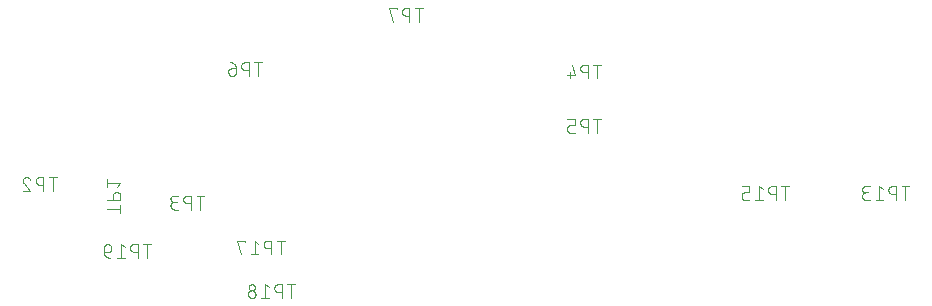
<source format=gbo>
G04 EAGLE Gerber RS-274X export*
G75*
%MOMM*%
%FSLAX34Y34*%
%LPD*%
%INSilkscreen Bottom*%
%IPPOS*%
%AMOC8*
5,1,8,0,0,1.08239X$1,22.5*%
G01*
%ADD10C,0.101600*%


D10*
X56201Y123288D02*
X56201Y134972D01*
X59446Y134972D02*
X52955Y134972D01*
X48228Y134972D02*
X48228Y123288D01*
X48228Y134972D02*
X44982Y134972D01*
X44982Y134973D02*
X44869Y134971D01*
X44756Y134965D01*
X44643Y134955D01*
X44530Y134941D01*
X44418Y134924D01*
X44307Y134902D01*
X44197Y134877D01*
X44087Y134847D01*
X43979Y134814D01*
X43872Y134777D01*
X43766Y134737D01*
X43662Y134692D01*
X43559Y134644D01*
X43458Y134593D01*
X43359Y134538D01*
X43262Y134480D01*
X43167Y134418D01*
X43074Y134353D01*
X42984Y134285D01*
X42896Y134214D01*
X42810Y134139D01*
X42727Y134062D01*
X42647Y133982D01*
X42570Y133899D01*
X42495Y133813D01*
X42424Y133725D01*
X42356Y133635D01*
X42291Y133542D01*
X42229Y133447D01*
X42171Y133350D01*
X42116Y133251D01*
X42065Y133150D01*
X42017Y133047D01*
X41972Y132943D01*
X41932Y132837D01*
X41895Y132730D01*
X41862Y132622D01*
X41832Y132512D01*
X41807Y132402D01*
X41785Y132291D01*
X41768Y132179D01*
X41754Y132066D01*
X41744Y131953D01*
X41738Y131840D01*
X41736Y131727D01*
X41738Y131614D01*
X41744Y131501D01*
X41754Y131388D01*
X41768Y131275D01*
X41785Y131163D01*
X41807Y131052D01*
X41832Y130942D01*
X41862Y130832D01*
X41895Y130724D01*
X41932Y130617D01*
X41972Y130511D01*
X42017Y130407D01*
X42065Y130304D01*
X42116Y130203D01*
X42171Y130104D01*
X42229Y130007D01*
X42291Y129912D01*
X42356Y129819D01*
X42424Y129729D01*
X42495Y129641D01*
X42570Y129555D01*
X42647Y129472D01*
X42727Y129392D01*
X42810Y129315D01*
X42896Y129240D01*
X42984Y129169D01*
X43074Y129101D01*
X43167Y129036D01*
X43262Y128974D01*
X43359Y128916D01*
X43458Y128861D01*
X43559Y128810D01*
X43662Y128762D01*
X43766Y128717D01*
X43872Y128677D01*
X43979Y128640D01*
X44087Y128607D01*
X44197Y128577D01*
X44307Y128552D01*
X44418Y128530D01*
X44530Y128513D01*
X44643Y128499D01*
X44756Y128489D01*
X44869Y128483D01*
X44982Y128481D01*
X48228Y128481D01*
X33778Y134972D02*
X33671Y134970D01*
X33565Y134964D01*
X33459Y134954D01*
X33353Y134941D01*
X33247Y134923D01*
X33143Y134902D01*
X33039Y134877D01*
X32936Y134848D01*
X32835Y134816D01*
X32735Y134779D01*
X32636Y134739D01*
X32538Y134696D01*
X32442Y134649D01*
X32348Y134598D01*
X32256Y134544D01*
X32166Y134487D01*
X32078Y134427D01*
X31993Y134363D01*
X31910Y134296D01*
X31829Y134226D01*
X31751Y134154D01*
X31675Y134078D01*
X31603Y134000D01*
X31533Y133919D01*
X31466Y133836D01*
X31402Y133751D01*
X31342Y133663D01*
X31285Y133573D01*
X31231Y133481D01*
X31180Y133387D01*
X31133Y133291D01*
X31090Y133193D01*
X31050Y133094D01*
X31013Y132994D01*
X30981Y132893D01*
X30952Y132790D01*
X30927Y132686D01*
X30906Y132582D01*
X30888Y132476D01*
X30875Y132370D01*
X30865Y132264D01*
X30859Y132158D01*
X30857Y132051D01*
X33778Y134973D02*
X33899Y134971D01*
X34020Y134965D01*
X34140Y134955D01*
X34261Y134942D01*
X34380Y134924D01*
X34500Y134903D01*
X34618Y134878D01*
X34735Y134849D01*
X34852Y134816D01*
X34967Y134780D01*
X35081Y134739D01*
X35194Y134696D01*
X35306Y134648D01*
X35415Y134597D01*
X35523Y134542D01*
X35630Y134484D01*
X35734Y134423D01*
X35836Y134358D01*
X35936Y134290D01*
X36034Y134219D01*
X36130Y134145D01*
X36223Y134068D01*
X36313Y133987D01*
X36401Y133904D01*
X36486Y133818D01*
X36569Y133729D01*
X36648Y133638D01*
X36725Y133544D01*
X36798Y133448D01*
X36868Y133350D01*
X36935Y133249D01*
X36999Y133146D01*
X37060Y133041D01*
X37117Y132934D01*
X37170Y132826D01*
X37220Y132716D01*
X37266Y132604D01*
X37309Y132491D01*
X37348Y132376D01*
X31832Y129779D02*
X31753Y129857D01*
X31677Y129937D01*
X31604Y130020D01*
X31534Y130106D01*
X31467Y130193D01*
X31403Y130284D01*
X31343Y130376D01*
X31285Y130470D01*
X31231Y130567D01*
X31181Y130665D01*
X31134Y130765D01*
X31090Y130866D01*
X31050Y130969D01*
X31014Y131074D01*
X30982Y131179D01*
X30953Y131286D01*
X30928Y131393D01*
X30906Y131502D01*
X30889Y131611D01*
X30875Y131720D01*
X30866Y131830D01*
X30860Y131941D01*
X30858Y132051D01*
X31831Y129779D02*
X37348Y123288D01*
X30857Y123288D01*
X778201Y127192D02*
X778201Y115508D01*
X781446Y127192D02*
X774955Y127192D01*
X770228Y127192D02*
X770228Y115508D01*
X770228Y127192D02*
X766982Y127192D01*
X766869Y127190D01*
X766756Y127184D01*
X766643Y127174D01*
X766530Y127160D01*
X766418Y127143D01*
X766307Y127121D01*
X766197Y127096D01*
X766087Y127066D01*
X765979Y127033D01*
X765872Y126996D01*
X765766Y126956D01*
X765662Y126911D01*
X765559Y126863D01*
X765458Y126812D01*
X765359Y126757D01*
X765262Y126699D01*
X765167Y126637D01*
X765074Y126572D01*
X764984Y126504D01*
X764896Y126433D01*
X764810Y126358D01*
X764727Y126281D01*
X764647Y126201D01*
X764570Y126118D01*
X764495Y126032D01*
X764424Y125944D01*
X764356Y125854D01*
X764291Y125761D01*
X764229Y125666D01*
X764171Y125569D01*
X764116Y125470D01*
X764065Y125369D01*
X764017Y125266D01*
X763972Y125162D01*
X763932Y125056D01*
X763895Y124949D01*
X763862Y124841D01*
X763832Y124731D01*
X763807Y124621D01*
X763785Y124510D01*
X763768Y124398D01*
X763754Y124285D01*
X763744Y124172D01*
X763738Y124059D01*
X763736Y123946D01*
X763738Y123833D01*
X763744Y123720D01*
X763754Y123607D01*
X763768Y123494D01*
X763785Y123382D01*
X763807Y123271D01*
X763832Y123161D01*
X763862Y123051D01*
X763895Y122943D01*
X763932Y122836D01*
X763972Y122730D01*
X764017Y122626D01*
X764065Y122523D01*
X764116Y122422D01*
X764171Y122323D01*
X764229Y122226D01*
X764291Y122131D01*
X764356Y122038D01*
X764424Y121948D01*
X764495Y121860D01*
X764570Y121774D01*
X764647Y121691D01*
X764727Y121611D01*
X764810Y121534D01*
X764896Y121459D01*
X764984Y121388D01*
X765074Y121320D01*
X765167Y121255D01*
X765262Y121193D01*
X765359Y121135D01*
X765458Y121080D01*
X765559Y121029D01*
X765662Y120981D01*
X765766Y120936D01*
X765872Y120896D01*
X765979Y120859D01*
X766087Y120826D01*
X766197Y120796D01*
X766307Y120771D01*
X766418Y120749D01*
X766530Y120732D01*
X766643Y120718D01*
X766756Y120708D01*
X766869Y120702D01*
X766982Y120700D01*
X766982Y120701D02*
X770228Y120701D01*
X759348Y124596D02*
X756103Y127192D01*
X756103Y115508D01*
X759348Y115508D02*
X752857Y115508D01*
X747918Y115508D02*
X744673Y115508D01*
X744560Y115510D01*
X744447Y115516D01*
X744334Y115526D01*
X744221Y115540D01*
X744109Y115557D01*
X743998Y115579D01*
X743888Y115604D01*
X743778Y115634D01*
X743670Y115667D01*
X743563Y115704D01*
X743457Y115744D01*
X743353Y115789D01*
X743250Y115837D01*
X743149Y115888D01*
X743050Y115943D01*
X742953Y116001D01*
X742858Y116063D01*
X742765Y116128D01*
X742675Y116196D01*
X742587Y116267D01*
X742501Y116342D01*
X742418Y116419D01*
X742338Y116499D01*
X742261Y116582D01*
X742186Y116668D01*
X742115Y116756D01*
X742047Y116846D01*
X741982Y116939D01*
X741920Y117034D01*
X741862Y117131D01*
X741807Y117230D01*
X741756Y117331D01*
X741708Y117434D01*
X741663Y117538D01*
X741623Y117644D01*
X741586Y117751D01*
X741553Y117859D01*
X741523Y117969D01*
X741498Y118079D01*
X741476Y118190D01*
X741459Y118302D01*
X741445Y118415D01*
X741435Y118528D01*
X741429Y118641D01*
X741427Y118754D01*
X741429Y118867D01*
X741435Y118980D01*
X741445Y119093D01*
X741459Y119206D01*
X741476Y119318D01*
X741498Y119429D01*
X741523Y119539D01*
X741553Y119649D01*
X741586Y119757D01*
X741623Y119864D01*
X741663Y119970D01*
X741708Y120074D01*
X741756Y120177D01*
X741807Y120278D01*
X741862Y120377D01*
X741920Y120474D01*
X741982Y120569D01*
X742047Y120662D01*
X742115Y120752D01*
X742186Y120840D01*
X742261Y120926D01*
X742338Y121009D01*
X742418Y121089D01*
X742501Y121166D01*
X742587Y121241D01*
X742675Y121312D01*
X742765Y121380D01*
X742858Y121445D01*
X742953Y121507D01*
X743050Y121565D01*
X743149Y121620D01*
X743250Y121671D01*
X743353Y121719D01*
X743457Y121764D01*
X743563Y121804D01*
X743670Y121841D01*
X743778Y121874D01*
X743888Y121904D01*
X743998Y121929D01*
X744109Y121951D01*
X744221Y121968D01*
X744334Y121982D01*
X744447Y121992D01*
X744560Y121998D01*
X744673Y122000D01*
X744024Y127192D02*
X747918Y127192D01*
X744024Y127192D02*
X743923Y127190D01*
X743823Y127184D01*
X743723Y127174D01*
X743623Y127161D01*
X743524Y127143D01*
X743425Y127122D01*
X743328Y127097D01*
X743231Y127068D01*
X743136Y127035D01*
X743042Y126999D01*
X742950Y126959D01*
X742859Y126916D01*
X742770Y126869D01*
X742683Y126819D01*
X742597Y126765D01*
X742514Y126708D01*
X742434Y126648D01*
X742355Y126585D01*
X742279Y126518D01*
X742206Y126449D01*
X742136Y126377D01*
X742068Y126303D01*
X742003Y126226D01*
X741942Y126146D01*
X741883Y126064D01*
X741828Y125980D01*
X741776Y125894D01*
X741727Y125806D01*
X741682Y125716D01*
X741640Y125624D01*
X741602Y125531D01*
X741568Y125436D01*
X741537Y125341D01*
X741510Y125244D01*
X741487Y125146D01*
X741467Y125047D01*
X741452Y124947D01*
X741440Y124847D01*
X741432Y124747D01*
X741428Y124646D01*
X741428Y124546D01*
X741432Y124445D01*
X741440Y124345D01*
X741452Y124245D01*
X741467Y124145D01*
X741487Y124046D01*
X741510Y123948D01*
X741537Y123851D01*
X741568Y123756D01*
X741602Y123661D01*
X741640Y123568D01*
X741682Y123476D01*
X741727Y123386D01*
X741776Y123298D01*
X741828Y123212D01*
X741883Y123128D01*
X741942Y123046D01*
X742003Y122966D01*
X742068Y122889D01*
X742136Y122815D01*
X742206Y122743D01*
X742279Y122674D01*
X742355Y122607D01*
X742434Y122544D01*
X742514Y122484D01*
X742597Y122427D01*
X742683Y122373D01*
X742770Y122323D01*
X742859Y122276D01*
X742950Y122233D01*
X743042Y122193D01*
X743136Y122157D01*
X743231Y122124D01*
X743328Y122095D01*
X743425Y122070D01*
X743524Y122049D01*
X743623Y122031D01*
X743723Y122018D01*
X743823Y122008D01*
X743923Y122002D01*
X744024Y122000D01*
X744024Y121999D02*
X746620Y121999D01*
X676201Y127192D02*
X676201Y115508D01*
X679446Y127192D02*
X672955Y127192D01*
X668228Y127192D02*
X668228Y115508D01*
X668228Y127192D02*
X664982Y127192D01*
X664869Y127190D01*
X664756Y127184D01*
X664643Y127174D01*
X664530Y127160D01*
X664418Y127143D01*
X664307Y127121D01*
X664197Y127096D01*
X664087Y127066D01*
X663979Y127033D01*
X663872Y126996D01*
X663766Y126956D01*
X663662Y126911D01*
X663559Y126863D01*
X663458Y126812D01*
X663359Y126757D01*
X663262Y126699D01*
X663167Y126637D01*
X663074Y126572D01*
X662984Y126504D01*
X662896Y126433D01*
X662810Y126358D01*
X662727Y126281D01*
X662647Y126201D01*
X662570Y126118D01*
X662495Y126032D01*
X662424Y125944D01*
X662356Y125854D01*
X662291Y125761D01*
X662229Y125666D01*
X662171Y125569D01*
X662116Y125470D01*
X662065Y125369D01*
X662017Y125266D01*
X661972Y125162D01*
X661932Y125056D01*
X661895Y124949D01*
X661862Y124841D01*
X661832Y124731D01*
X661807Y124621D01*
X661785Y124510D01*
X661768Y124398D01*
X661754Y124285D01*
X661744Y124172D01*
X661738Y124059D01*
X661736Y123946D01*
X661738Y123833D01*
X661744Y123720D01*
X661754Y123607D01*
X661768Y123494D01*
X661785Y123382D01*
X661807Y123271D01*
X661832Y123161D01*
X661862Y123051D01*
X661895Y122943D01*
X661932Y122836D01*
X661972Y122730D01*
X662017Y122626D01*
X662065Y122523D01*
X662116Y122422D01*
X662171Y122323D01*
X662229Y122226D01*
X662291Y122131D01*
X662356Y122038D01*
X662424Y121948D01*
X662495Y121860D01*
X662570Y121774D01*
X662647Y121691D01*
X662727Y121611D01*
X662810Y121534D01*
X662896Y121459D01*
X662984Y121388D01*
X663074Y121320D01*
X663167Y121255D01*
X663262Y121193D01*
X663359Y121135D01*
X663458Y121080D01*
X663559Y121029D01*
X663662Y120981D01*
X663766Y120936D01*
X663872Y120896D01*
X663979Y120859D01*
X664087Y120826D01*
X664197Y120796D01*
X664307Y120771D01*
X664418Y120749D01*
X664530Y120732D01*
X664643Y120718D01*
X664756Y120708D01*
X664869Y120702D01*
X664982Y120700D01*
X664982Y120701D02*
X668228Y120701D01*
X657348Y124596D02*
X654103Y127192D01*
X654103Y115508D01*
X657348Y115508D02*
X650857Y115508D01*
X645918Y115508D02*
X642024Y115508D01*
X641925Y115510D01*
X641825Y115516D01*
X641726Y115525D01*
X641628Y115538D01*
X641530Y115555D01*
X641432Y115576D01*
X641336Y115601D01*
X641241Y115629D01*
X641147Y115661D01*
X641054Y115696D01*
X640962Y115735D01*
X640872Y115778D01*
X640784Y115823D01*
X640697Y115873D01*
X640613Y115925D01*
X640530Y115981D01*
X640450Y116039D01*
X640372Y116101D01*
X640297Y116166D01*
X640224Y116234D01*
X640154Y116304D01*
X640086Y116377D01*
X640021Y116452D01*
X639959Y116530D01*
X639901Y116610D01*
X639845Y116693D01*
X639793Y116777D01*
X639743Y116864D01*
X639698Y116952D01*
X639655Y117042D01*
X639616Y117134D01*
X639581Y117227D01*
X639549Y117321D01*
X639521Y117416D01*
X639496Y117512D01*
X639475Y117610D01*
X639458Y117708D01*
X639445Y117806D01*
X639436Y117905D01*
X639430Y118005D01*
X639428Y118104D01*
X639427Y118104D02*
X639427Y119403D01*
X639428Y119403D02*
X639430Y119502D01*
X639436Y119602D01*
X639445Y119701D01*
X639458Y119799D01*
X639475Y119897D01*
X639496Y119995D01*
X639521Y120091D01*
X639549Y120186D01*
X639581Y120280D01*
X639616Y120373D01*
X639655Y120465D01*
X639698Y120555D01*
X639743Y120643D01*
X639793Y120730D01*
X639845Y120814D01*
X639901Y120897D01*
X639959Y120977D01*
X640021Y121055D01*
X640086Y121130D01*
X640154Y121203D01*
X640224Y121273D01*
X640297Y121341D01*
X640372Y121406D01*
X640450Y121468D01*
X640530Y121526D01*
X640613Y121582D01*
X640697Y121634D01*
X640784Y121684D01*
X640872Y121729D01*
X640962Y121772D01*
X641054Y121811D01*
X641147Y121846D01*
X641241Y121878D01*
X641336Y121906D01*
X641432Y121931D01*
X641530Y121952D01*
X641628Y121969D01*
X641726Y121982D01*
X641825Y121991D01*
X641925Y121997D01*
X642024Y121999D01*
X645918Y121999D01*
X645918Y127192D01*
X639427Y127192D01*
X181201Y119192D02*
X181201Y107508D01*
X184446Y119192D02*
X177955Y119192D01*
X173228Y119192D02*
X173228Y107508D01*
X173228Y119192D02*
X169982Y119192D01*
X169869Y119190D01*
X169756Y119184D01*
X169643Y119174D01*
X169530Y119160D01*
X169418Y119143D01*
X169307Y119121D01*
X169197Y119096D01*
X169087Y119066D01*
X168979Y119033D01*
X168872Y118996D01*
X168766Y118956D01*
X168662Y118911D01*
X168559Y118863D01*
X168458Y118812D01*
X168359Y118757D01*
X168262Y118699D01*
X168167Y118637D01*
X168074Y118572D01*
X167984Y118504D01*
X167896Y118433D01*
X167810Y118358D01*
X167727Y118281D01*
X167647Y118201D01*
X167570Y118118D01*
X167495Y118032D01*
X167424Y117944D01*
X167356Y117854D01*
X167291Y117761D01*
X167229Y117666D01*
X167171Y117569D01*
X167116Y117470D01*
X167065Y117369D01*
X167017Y117266D01*
X166972Y117162D01*
X166932Y117056D01*
X166895Y116949D01*
X166862Y116841D01*
X166832Y116731D01*
X166807Y116621D01*
X166785Y116510D01*
X166768Y116398D01*
X166754Y116285D01*
X166744Y116172D01*
X166738Y116059D01*
X166736Y115946D01*
X166738Y115833D01*
X166744Y115720D01*
X166754Y115607D01*
X166768Y115494D01*
X166785Y115382D01*
X166807Y115271D01*
X166832Y115161D01*
X166862Y115051D01*
X166895Y114943D01*
X166932Y114836D01*
X166972Y114730D01*
X167017Y114626D01*
X167065Y114523D01*
X167116Y114422D01*
X167171Y114323D01*
X167229Y114226D01*
X167291Y114131D01*
X167356Y114038D01*
X167424Y113948D01*
X167495Y113860D01*
X167570Y113774D01*
X167647Y113691D01*
X167727Y113611D01*
X167810Y113534D01*
X167896Y113459D01*
X167984Y113388D01*
X168074Y113320D01*
X168167Y113255D01*
X168262Y113193D01*
X168359Y113135D01*
X168458Y113080D01*
X168559Y113029D01*
X168662Y112981D01*
X168766Y112936D01*
X168872Y112896D01*
X168979Y112859D01*
X169087Y112826D01*
X169197Y112796D01*
X169307Y112771D01*
X169418Y112749D01*
X169530Y112732D01*
X169643Y112718D01*
X169756Y112708D01*
X169869Y112702D01*
X169982Y112700D01*
X169982Y112701D02*
X173228Y112701D01*
X162348Y107508D02*
X159103Y107508D01*
X158990Y107510D01*
X158877Y107516D01*
X158764Y107526D01*
X158651Y107540D01*
X158539Y107557D01*
X158428Y107579D01*
X158318Y107604D01*
X158208Y107634D01*
X158100Y107667D01*
X157993Y107704D01*
X157887Y107744D01*
X157783Y107789D01*
X157680Y107837D01*
X157579Y107888D01*
X157480Y107943D01*
X157383Y108001D01*
X157288Y108063D01*
X157195Y108128D01*
X157105Y108196D01*
X157017Y108267D01*
X156931Y108342D01*
X156848Y108419D01*
X156768Y108499D01*
X156691Y108582D01*
X156616Y108668D01*
X156545Y108756D01*
X156477Y108846D01*
X156412Y108939D01*
X156350Y109034D01*
X156292Y109131D01*
X156237Y109230D01*
X156186Y109331D01*
X156138Y109434D01*
X156093Y109538D01*
X156053Y109644D01*
X156016Y109751D01*
X155983Y109859D01*
X155953Y109969D01*
X155928Y110079D01*
X155906Y110190D01*
X155889Y110302D01*
X155875Y110415D01*
X155865Y110528D01*
X155859Y110641D01*
X155857Y110754D01*
X155859Y110867D01*
X155865Y110980D01*
X155875Y111093D01*
X155889Y111206D01*
X155906Y111318D01*
X155928Y111429D01*
X155953Y111539D01*
X155983Y111649D01*
X156016Y111757D01*
X156053Y111864D01*
X156093Y111970D01*
X156138Y112074D01*
X156186Y112177D01*
X156237Y112278D01*
X156292Y112377D01*
X156350Y112474D01*
X156412Y112569D01*
X156477Y112662D01*
X156545Y112752D01*
X156616Y112840D01*
X156691Y112926D01*
X156768Y113009D01*
X156848Y113089D01*
X156931Y113166D01*
X157017Y113241D01*
X157105Y113312D01*
X157195Y113380D01*
X157288Y113445D01*
X157383Y113507D01*
X157480Y113565D01*
X157579Y113620D01*
X157680Y113671D01*
X157783Y113719D01*
X157887Y113764D01*
X157993Y113804D01*
X158100Y113841D01*
X158208Y113874D01*
X158318Y113904D01*
X158428Y113929D01*
X158539Y113951D01*
X158651Y113968D01*
X158764Y113982D01*
X158877Y113992D01*
X158990Y113998D01*
X159103Y114000D01*
X158454Y119192D02*
X162348Y119192D01*
X158454Y119192D02*
X158353Y119190D01*
X158253Y119184D01*
X158153Y119174D01*
X158053Y119161D01*
X157954Y119143D01*
X157855Y119122D01*
X157758Y119097D01*
X157661Y119068D01*
X157566Y119035D01*
X157472Y118999D01*
X157380Y118959D01*
X157289Y118916D01*
X157200Y118869D01*
X157113Y118819D01*
X157027Y118765D01*
X156944Y118708D01*
X156864Y118648D01*
X156785Y118585D01*
X156709Y118518D01*
X156636Y118449D01*
X156566Y118377D01*
X156498Y118303D01*
X156433Y118226D01*
X156372Y118146D01*
X156313Y118064D01*
X156258Y117980D01*
X156206Y117894D01*
X156157Y117806D01*
X156112Y117716D01*
X156070Y117624D01*
X156032Y117531D01*
X155998Y117436D01*
X155967Y117341D01*
X155940Y117244D01*
X155917Y117146D01*
X155897Y117047D01*
X155882Y116947D01*
X155870Y116847D01*
X155862Y116747D01*
X155858Y116646D01*
X155858Y116546D01*
X155862Y116445D01*
X155870Y116345D01*
X155882Y116245D01*
X155897Y116145D01*
X155917Y116046D01*
X155940Y115948D01*
X155967Y115851D01*
X155998Y115756D01*
X156032Y115661D01*
X156070Y115568D01*
X156112Y115476D01*
X156157Y115386D01*
X156206Y115298D01*
X156258Y115212D01*
X156313Y115128D01*
X156372Y115046D01*
X156433Y114966D01*
X156498Y114889D01*
X156566Y114815D01*
X156636Y114743D01*
X156709Y114674D01*
X156785Y114607D01*
X156864Y114544D01*
X156944Y114484D01*
X157027Y114427D01*
X157113Y114373D01*
X157200Y114323D01*
X157289Y114276D01*
X157380Y114233D01*
X157472Y114193D01*
X157566Y114157D01*
X157661Y114124D01*
X157758Y114095D01*
X157855Y114070D01*
X157954Y114049D01*
X158053Y114031D01*
X158153Y114018D01*
X158253Y114008D01*
X158353Y114002D01*
X158454Y114000D01*
X158454Y113999D02*
X161050Y113999D01*
X517201Y218508D02*
X517201Y230192D01*
X520446Y230192D02*
X513955Y230192D01*
X509228Y230192D02*
X509228Y218508D01*
X509228Y230192D02*
X505982Y230192D01*
X505869Y230190D01*
X505756Y230184D01*
X505643Y230174D01*
X505530Y230160D01*
X505418Y230143D01*
X505307Y230121D01*
X505197Y230096D01*
X505087Y230066D01*
X504979Y230033D01*
X504872Y229996D01*
X504766Y229956D01*
X504662Y229911D01*
X504559Y229863D01*
X504458Y229812D01*
X504359Y229757D01*
X504262Y229699D01*
X504167Y229637D01*
X504074Y229572D01*
X503984Y229504D01*
X503896Y229433D01*
X503810Y229358D01*
X503727Y229281D01*
X503647Y229201D01*
X503570Y229118D01*
X503495Y229032D01*
X503424Y228944D01*
X503356Y228854D01*
X503291Y228761D01*
X503229Y228666D01*
X503171Y228569D01*
X503116Y228470D01*
X503065Y228369D01*
X503017Y228266D01*
X502972Y228162D01*
X502932Y228056D01*
X502895Y227949D01*
X502862Y227841D01*
X502832Y227731D01*
X502807Y227621D01*
X502785Y227510D01*
X502768Y227398D01*
X502754Y227285D01*
X502744Y227172D01*
X502738Y227059D01*
X502736Y226946D01*
X502738Y226833D01*
X502744Y226720D01*
X502754Y226607D01*
X502768Y226494D01*
X502785Y226382D01*
X502807Y226271D01*
X502832Y226161D01*
X502862Y226051D01*
X502895Y225943D01*
X502932Y225836D01*
X502972Y225730D01*
X503017Y225626D01*
X503065Y225523D01*
X503116Y225422D01*
X503171Y225323D01*
X503229Y225226D01*
X503291Y225131D01*
X503356Y225038D01*
X503424Y224948D01*
X503495Y224860D01*
X503570Y224774D01*
X503647Y224691D01*
X503727Y224611D01*
X503810Y224534D01*
X503896Y224459D01*
X503984Y224388D01*
X504074Y224320D01*
X504167Y224255D01*
X504262Y224193D01*
X504359Y224135D01*
X504458Y224080D01*
X504559Y224029D01*
X504662Y223981D01*
X504766Y223936D01*
X504872Y223896D01*
X504979Y223859D01*
X505087Y223826D01*
X505197Y223796D01*
X505307Y223771D01*
X505418Y223749D01*
X505530Y223732D01*
X505643Y223718D01*
X505756Y223708D01*
X505869Y223702D01*
X505982Y223700D01*
X505982Y223701D02*
X509228Y223701D01*
X498348Y221104D02*
X495752Y230192D01*
X498348Y221104D02*
X491857Y221104D01*
X493804Y223701D02*
X493804Y218508D01*
X517201Y184192D02*
X517201Y172508D01*
X520446Y184192D02*
X513955Y184192D01*
X509228Y184192D02*
X509228Y172508D01*
X509228Y184192D02*
X505982Y184192D01*
X505869Y184190D01*
X505756Y184184D01*
X505643Y184174D01*
X505530Y184160D01*
X505418Y184143D01*
X505307Y184121D01*
X505197Y184096D01*
X505087Y184066D01*
X504979Y184033D01*
X504872Y183996D01*
X504766Y183956D01*
X504662Y183911D01*
X504559Y183863D01*
X504458Y183812D01*
X504359Y183757D01*
X504262Y183699D01*
X504167Y183637D01*
X504074Y183572D01*
X503984Y183504D01*
X503896Y183433D01*
X503810Y183358D01*
X503727Y183281D01*
X503647Y183201D01*
X503570Y183118D01*
X503495Y183032D01*
X503424Y182944D01*
X503356Y182854D01*
X503291Y182761D01*
X503229Y182666D01*
X503171Y182569D01*
X503116Y182470D01*
X503065Y182369D01*
X503017Y182266D01*
X502972Y182162D01*
X502932Y182056D01*
X502895Y181949D01*
X502862Y181841D01*
X502832Y181731D01*
X502807Y181621D01*
X502785Y181510D01*
X502768Y181398D01*
X502754Y181285D01*
X502744Y181172D01*
X502738Y181059D01*
X502736Y180946D01*
X502738Y180833D01*
X502744Y180720D01*
X502754Y180607D01*
X502768Y180494D01*
X502785Y180382D01*
X502807Y180271D01*
X502832Y180161D01*
X502862Y180051D01*
X502895Y179943D01*
X502932Y179836D01*
X502972Y179730D01*
X503017Y179626D01*
X503065Y179523D01*
X503116Y179422D01*
X503171Y179323D01*
X503229Y179226D01*
X503291Y179131D01*
X503356Y179038D01*
X503424Y178948D01*
X503495Y178860D01*
X503570Y178774D01*
X503647Y178691D01*
X503727Y178611D01*
X503810Y178534D01*
X503896Y178459D01*
X503984Y178388D01*
X504074Y178320D01*
X504167Y178255D01*
X504262Y178193D01*
X504359Y178135D01*
X504458Y178080D01*
X504559Y178029D01*
X504662Y177981D01*
X504766Y177936D01*
X504872Y177896D01*
X504979Y177859D01*
X505087Y177826D01*
X505197Y177796D01*
X505307Y177771D01*
X505418Y177749D01*
X505530Y177732D01*
X505643Y177718D01*
X505756Y177708D01*
X505869Y177702D01*
X505982Y177700D01*
X505982Y177701D02*
X509228Y177701D01*
X498348Y172508D02*
X494454Y172508D01*
X494355Y172510D01*
X494255Y172516D01*
X494156Y172525D01*
X494058Y172538D01*
X493960Y172555D01*
X493862Y172576D01*
X493766Y172601D01*
X493671Y172629D01*
X493577Y172661D01*
X493484Y172696D01*
X493392Y172735D01*
X493302Y172778D01*
X493214Y172823D01*
X493127Y172873D01*
X493043Y172925D01*
X492960Y172981D01*
X492880Y173039D01*
X492802Y173101D01*
X492727Y173166D01*
X492654Y173234D01*
X492584Y173304D01*
X492516Y173377D01*
X492451Y173452D01*
X492389Y173530D01*
X492331Y173610D01*
X492275Y173693D01*
X492223Y173777D01*
X492173Y173864D01*
X492128Y173952D01*
X492085Y174042D01*
X492046Y174134D01*
X492011Y174227D01*
X491979Y174321D01*
X491951Y174416D01*
X491926Y174512D01*
X491905Y174610D01*
X491888Y174708D01*
X491875Y174806D01*
X491866Y174905D01*
X491860Y175005D01*
X491858Y175104D01*
X491857Y175104D02*
X491857Y176403D01*
X491858Y176403D02*
X491860Y176502D01*
X491866Y176602D01*
X491875Y176701D01*
X491888Y176799D01*
X491905Y176897D01*
X491926Y176995D01*
X491951Y177091D01*
X491979Y177186D01*
X492011Y177280D01*
X492046Y177373D01*
X492085Y177465D01*
X492128Y177555D01*
X492173Y177643D01*
X492223Y177730D01*
X492275Y177814D01*
X492331Y177897D01*
X492389Y177977D01*
X492451Y178055D01*
X492516Y178130D01*
X492584Y178203D01*
X492654Y178273D01*
X492727Y178341D01*
X492802Y178406D01*
X492880Y178468D01*
X492960Y178526D01*
X493043Y178582D01*
X493127Y178634D01*
X493214Y178684D01*
X493302Y178729D01*
X493392Y178772D01*
X493484Y178811D01*
X493577Y178846D01*
X493671Y178878D01*
X493766Y178906D01*
X493862Y178931D01*
X493960Y178952D01*
X494058Y178969D01*
X494156Y178982D01*
X494255Y178991D01*
X494355Y178997D01*
X494454Y178999D01*
X498348Y178999D01*
X498348Y184192D01*
X491857Y184192D01*
X366201Y266508D02*
X366201Y278192D01*
X369446Y278192D02*
X362955Y278192D01*
X358228Y278192D02*
X358228Y266508D01*
X358228Y278192D02*
X354982Y278192D01*
X354869Y278190D01*
X354756Y278184D01*
X354643Y278174D01*
X354530Y278160D01*
X354418Y278143D01*
X354307Y278121D01*
X354197Y278096D01*
X354087Y278066D01*
X353979Y278033D01*
X353872Y277996D01*
X353766Y277956D01*
X353662Y277911D01*
X353559Y277863D01*
X353458Y277812D01*
X353359Y277757D01*
X353262Y277699D01*
X353167Y277637D01*
X353074Y277572D01*
X352984Y277504D01*
X352896Y277433D01*
X352810Y277358D01*
X352727Y277281D01*
X352647Y277201D01*
X352570Y277118D01*
X352495Y277032D01*
X352424Y276944D01*
X352356Y276854D01*
X352291Y276761D01*
X352229Y276666D01*
X352171Y276569D01*
X352116Y276470D01*
X352065Y276369D01*
X352017Y276266D01*
X351972Y276162D01*
X351932Y276056D01*
X351895Y275949D01*
X351862Y275841D01*
X351832Y275731D01*
X351807Y275621D01*
X351785Y275510D01*
X351768Y275398D01*
X351754Y275285D01*
X351744Y275172D01*
X351738Y275059D01*
X351736Y274946D01*
X351738Y274833D01*
X351744Y274720D01*
X351754Y274607D01*
X351768Y274494D01*
X351785Y274382D01*
X351807Y274271D01*
X351832Y274161D01*
X351862Y274051D01*
X351895Y273943D01*
X351932Y273836D01*
X351972Y273730D01*
X352017Y273626D01*
X352065Y273523D01*
X352116Y273422D01*
X352171Y273323D01*
X352229Y273226D01*
X352291Y273131D01*
X352356Y273038D01*
X352424Y272948D01*
X352495Y272860D01*
X352570Y272774D01*
X352647Y272691D01*
X352727Y272611D01*
X352810Y272534D01*
X352896Y272459D01*
X352984Y272388D01*
X353074Y272320D01*
X353167Y272255D01*
X353262Y272193D01*
X353359Y272135D01*
X353458Y272080D01*
X353559Y272029D01*
X353662Y271981D01*
X353766Y271936D01*
X353872Y271896D01*
X353979Y271859D01*
X354087Y271826D01*
X354197Y271796D01*
X354307Y271771D01*
X354418Y271749D01*
X354530Y271732D01*
X354643Y271718D01*
X354756Y271708D01*
X354869Y271702D01*
X354982Y271700D01*
X354982Y271701D02*
X358228Y271701D01*
X347348Y276894D02*
X347348Y278192D01*
X340857Y278192D01*
X344103Y266508D01*
X113492Y107883D02*
X101808Y107883D01*
X113492Y104637D02*
X113492Y111128D01*
X113492Y115856D02*
X101808Y115856D01*
X113492Y115856D02*
X113492Y119101D01*
X113490Y119214D01*
X113484Y119327D01*
X113474Y119440D01*
X113460Y119553D01*
X113443Y119665D01*
X113421Y119776D01*
X113396Y119886D01*
X113366Y119996D01*
X113333Y120104D01*
X113296Y120211D01*
X113256Y120317D01*
X113211Y120421D01*
X113163Y120524D01*
X113112Y120625D01*
X113057Y120724D01*
X112999Y120821D01*
X112937Y120916D01*
X112872Y121009D01*
X112804Y121099D01*
X112733Y121187D01*
X112658Y121273D01*
X112581Y121356D01*
X112501Y121436D01*
X112418Y121513D01*
X112332Y121588D01*
X112244Y121659D01*
X112154Y121727D01*
X112061Y121792D01*
X111966Y121854D01*
X111869Y121912D01*
X111770Y121967D01*
X111669Y122018D01*
X111566Y122066D01*
X111462Y122111D01*
X111356Y122151D01*
X111249Y122188D01*
X111141Y122221D01*
X111031Y122251D01*
X110921Y122276D01*
X110810Y122298D01*
X110698Y122315D01*
X110585Y122329D01*
X110472Y122339D01*
X110359Y122345D01*
X110246Y122347D01*
X110133Y122345D01*
X110020Y122339D01*
X109907Y122329D01*
X109794Y122315D01*
X109682Y122298D01*
X109571Y122276D01*
X109461Y122251D01*
X109351Y122221D01*
X109243Y122188D01*
X109136Y122151D01*
X109030Y122111D01*
X108926Y122066D01*
X108823Y122018D01*
X108722Y121967D01*
X108623Y121912D01*
X108526Y121854D01*
X108431Y121792D01*
X108338Y121727D01*
X108248Y121659D01*
X108160Y121588D01*
X108074Y121513D01*
X107991Y121436D01*
X107911Y121356D01*
X107834Y121273D01*
X107759Y121187D01*
X107688Y121099D01*
X107620Y121009D01*
X107555Y120916D01*
X107493Y120821D01*
X107435Y120724D01*
X107380Y120625D01*
X107329Y120524D01*
X107281Y120421D01*
X107236Y120317D01*
X107196Y120211D01*
X107159Y120104D01*
X107126Y119996D01*
X107096Y119886D01*
X107071Y119776D01*
X107049Y119665D01*
X107032Y119553D01*
X107018Y119440D01*
X107008Y119327D01*
X107002Y119214D01*
X107000Y119101D01*
X107001Y119101D02*
X107001Y115856D01*
X110896Y126735D02*
X113492Y129981D01*
X101808Y129981D01*
X101808Y133226D02*
X101808Y126735D01*
X136201Y78192D02*
X136201Y66508D01*
X139446Y78192D02*
X132955Y78192D01*
X128228Y78192D02*
X128228Y66508D01*
X128228Y78192D02*
X124982Y78192D01*
X124869Y78190D01*
X124756Y78184D01*
X124643Y78174D01*
X124530Y78160D01*
X124418Y78143D01*
X124307Y78121D01*
X124197Y78096D01*
X124087Y78066D01*
X123979Y78033D01*
X123872Y77996D01*
X123766Y77956D01*
X123662Y77911D01*
X123559Y77863D01*
X123458Y77812D01*
X123359Y77757D01*
X123262Y77699D01*
X123167Y77637D01*
X123074Y77572D01*
X122984Y77504D01*
X122896Y77433D01*
X122810Y77358D01*
X122727Y77281D01*
X122647Y77201D01*
X122570Y77118D01*
X122495Y77032D01*
X122424Y76944D01*
X122356Y76854D01*
X122291Y76761D01*
X122229Y76666D01*
X122171Y76569D01*
X122116Y76470D01*
X122065Y76369D01*
X122017Y76266D01*
X121972Y76162D01*
X121932Y76056D01*
X121895Y75949D01*
X121862Y75841D01*
X121832Y75731D01*
X121807Y75621D01*
X121785Y75510D01*
X121768Y75398D01*
X121754Y75285D01*
X121744Y75172D01*
X121738Y75059D01*
X121736Y74946D01*
X121738Y74833D01*
X121744Y74720D01*
X121754Y74607D01*
X121768Y74494D01*
X121785Y74382D01*
X121807Y74271D01*
X121832Y74161D01*
X121862Y74051D01*
X121895Y73943D01*
X121932Y73836D01*
X121972Y73730D01*
X122017Y73626D01*
X122065Y73523D01*
X122116Y73422D01*
X122171Y73323D01*
X122229Y73226D01*
X122291Y73131D01*
X122356Y73038D01*
X122424Y72948D01*
X122495Y72860D01*
X122570Y72774D01*
X122647Y72691D01*
X122727Y72611D01*
X122810Y72534D01*
X122896Y72459D01*
X122984Y72388D01*
X123074Y72320D01*
X123167Y72255D01*
X123262Y72193D01*
X123359Y72135D01*
X123458Y72080D01*
X123559Y72029D01*
X123662Y71981D01*
X123766Y71936D01*
X123872Y71896D01*
X123979Y71859D01*
X124087Y71826D01*
X124197Y71796D01*
X124307Y71771D01*
X124418Y71749D01*
X124530Y71732D01*
X124643Y71718D01*
X124756Y71708D01*
X124869Y71702D01*
X124982Y71700D01*
X124982Y71701D02*
X128228Y71701D01*
X117348Y75596D02*
X114103Y78192D01*
X114103Y66508D01*
X117348Y66508D02*
X110857Y66508D01*
X103322Y71701D02*
X99427Y71701D01*
X103322Y71701D02*
X103421Y71703D01*
X103521Y71709D01*
X103620Y71718D01*
X103718Y71731D01*
X103816Y71748D01*
X103914Y71769D01*
X104010Y71794D01*
X104105Y71822D01*
X104199Y71854D01*
X104292Y71889D01*
X104384Y71928D01*
X104474Y71971D01*
X104562Y72016D01*
X104649Y72066D01*
X104733Y72118D01*
X104816Y72174D01*
X104896Y72232D01*
X104974Y72294D01*
X105049Y72359D01*
X105122Y72427D01*
X105192Y72497D01*
X105260Y72570D01*
X105325Y72645D01*
X105387Y72723D01*
X105445Y72803D01*
X105501Y72886D01*
X105553Y72970D01*
X105603Y73057D01*
X105648Y73145D01*
X105691Y73235D01*
X105730Y73327D01*
X105765Y73420D01*
X105797Y73514D01*
X105825Y73609D01*
X105850Y73705D01*
X105871Y73803D01*
X105888Y73901D01*
X105901Y73999D01*
X105910Y74098D01*
X105916Y74198D01*
X105918Y74297D01*
X105918Y74946D01*
X105919Y74946D02*
X105917Y75059D01*
X105911Y75172D01*
X105901Y75285D01*
X105887Y75398D01*
X105870Y75510D01*
X105848Y75621D01*
X105823Y75731D01*
X105793Y75841D01*
X105760Y75949D01*
X105723Y76056D01*
X105683Y76162D01*
X105638Y76266D01*
X105590Y76369D01*
X105539Y76470D01*
X105484Y76569D01*
X105426Y76666D01*
X105364Y76761D01*
X105299Y76854D01*
X105231Y76944D01*
X105160Y77032D01*
X105085Y77118D01*
X105008Y77201D01*
X104928Y77281D01*
X104845Y77358D01*
X104759Y77433D01*
X104671Y77504D01*
X104581Y77572D01*
X104488Y77637D01*
X104393Y77699D01*
X104296Y77757D01*
X104197Y77812D01*
X104096Y77863D01*
X103993Y77911D01*
X103889Y77956D01*
X103783Y77996D01*
X103676Y78033D01*
X103568Y78066D01*
X103458Y78096D01*
X103348Y78121D01*
X103237Y78143D01*
X103125Y78160D01*
X103012Y78174D01*
X102899Y78184D01*
X102786Y78190D01*
X102673Y78192D01*
X102560Y78190D01*
X102447Y78184D01*
X102334Y78174D01*
X102221Y78160D01*
X102109Y78143D01*
X101998Y78121D01*
X101888Y78096D01*
X101778Y78066D01*
X101670Y78033D01*
X101563Y77996D01*
X101457Y77956D01*
X101353Y77911D01*
X101250Y77863D01*
X101149Y77812D01*
X101050Y77757D01*
X100953Y77699D01*
X100858Y77637D01*
X100765Y77572D01*
X100675Y77504D01*
X100587Y77433D01*
X100501Y77358D01*
X100418Y77281D01*
X100338Y77201D01*
X100261Y77118D01*
X100186Y77032D01*
X100115Y76944D01*
X100047Y76854D01*
X99982Y76761D01*
X99920Y76666D01*
X99862Y76569D01*
X99807Y76470D01*
X99756Y76369D01*
X99708Y76266D01*
X99663Y76162D01*
X99623Y76056D01*
X99586Y75949D01*
X99553Y75841D01*
X99523Y75731D01*
X99498Y75621D01*
X99476Y75510D01*
X99459Y75398D01*
X99445Y75285D01*
X99435Y75172D01*
X99429Y75059D01*
X99427Y74946D01*
X99427Y71701D01*
X99429Y71558D01*
X99435Y71415D01*
X99445Y71272D01*
X99459Y71130D01*
X99476Y70988D01*
X99498Y70846D01*
X99523Y70705D01*
X99553Y70565D01*
X99586Y70426D01*
X99623Y70288D01*
X99664Y70151D01*
X99708Y70015D01*
X99757Y69880D01*
X99809Y69747D01*
X99864Y69615D01*
X99924Y69485D01*
X99987Y69356D01*
X100053Y69229D01*
X100123Y69105D01*
X100196Y68982D01*
X100273Y68861D01*
X100353Y68742D01*
X100436Y68626D01*
X100522Y68511D01*
X100611Y68400D01*
X100704Y68290D01*
X100799Y68184D01*
X100898Y68080D01*
X100999Y67979D01*
X101103Y67880D01*
X101209Y67785D01*
X101319Y67692D01*
X101430Y67603D01*
X101545Y67517D01*
X101661Y67434D01*
X101780Y67354D01*
X101901Y67277D01*
X102023Y67204D01*
X102148Y67134D01*
X102275Y67068D01*
X102404Y67005D01*
X102534Y66945D01*
X102666Y66890D01*
X102799Y66838D01*
X102934Y66789D01*
X103070Y66745D01*
X103207Y66704D01*
X103345Y66667D01*
X103484Y66634D01*
X103624Y66604D01*
X103765Y66579D01*
X103907Y66557D01*
X104049Y66540D01*
X104191Y66526D01*
X104334Y66516D01*
X104477Y66510D01*
X104620Y66508D01*
X258201Y44192D02*
X258201Y32508D01*
X261446Y44192D02*
X254955Y44192D01*
X250228Y44192D02*
X250228Y32508D01*
X250228Y44192D02*
X246982Y44192D01*
X246869Y44190D01*
X246756Y44184D01*
X246643Y44174D01*
X246530Y44160D01*
X246418Y44143D01*
X246307Y44121D01*
X246197Y44096D01*
X246087Y44066D01*
X245979Y44033D01*
X245872Y43996D01*
X245766Y43956D01*
X245662Y43911D01*
X245559Y43863D01*
X245458Y43812D01*
X245359Y43757D01*
X245262Y43699D01*
X245167Y43637D01*
X245074Y43572D01*
X244984Y43504D01*
X244896Y43433D01*
X244810Y43358D01*
X244727Y43281D01*
X244647Y43201D01*
X244570Y43118D01*
X244495Y43032D01*
X244424Y42944D01*
X244356Y42854D01*
X244291Y42761D01*
X244229Y42666D01*
X244171Y42569D01*
X244116Y42470D01*
X244065Y42369D01*
X244017Y42266D01*
X243972Y42162D01*
X243932Y42056D01*
X243895Y41949D01*
X243862Y41841D01*
X243832Y41731D01*
X243807Y41621D01*
X243785Y41510D01*
X243768Y41398D01*
X243754Y41285D01*
X243744Y41172D01*
X243738Y41059D01*
X243736Y40946D01*
X243738Y40833D01*
X243744Y40720D01*
X243754Y40607D01*
X243768Y40494D01*
X243785Y40382D01*
X243807Y40271D01*
X243832Y40161D01*
X243862Y40051D01*
X243895Y39943D01*
X243932Y39836D01*
X243972Y39730D01*
X244017Y39626D01*
X244065Y39523D01*
X244116Y39422D01*
X244171Y39323D01*
X244229Y39226D01*
X244291Y39131D01*
X244356Y39038D01*
X244424Y38948D01*
X244495Y38860D01*
X244570Y38774D01*
X244647Y38691D01*
X244727Y38611D01*
X244810Y38534D01*
X244896Y38459D01*
X244984Y38388D01*
X245074Y38320D01*
X245167Y38255D01*
X245262Y38193D01*
X245359Y38135D01*
X245458Y38080D01*
X245559Y38029D01*
X245662Y37981D01*
X245766Y37936D01*
X245872Y37896D01*
X245979Y37859D01*
X246087Y37826D01*
X246197Y37796D01*
X246307Y37771D01*
X246418Y37749D01*
X246530Y37732D01*
X246643Y37718D01*
X246756Y37708D01*
X246869Y37702D01*
X246982Y37700D01*
X246982Y37701D02*
X250228Y37701D01*
X239348Y41596D02*
X236103Y44192D01*
X236103Y32508D01*
X239348Y32508D02*
X232857Y32508D01*
X227919Y35754D02*
X227917Y35867D01*
X227911Y35980D01*
X227901Y36093D01*
X227887Y36206D01*
X227870Y36318D01*
X227848Y36429D01*
X227823Y36539D01*
X227793Y36649D01*
X227760Y36757D01*
X227723Y36864D01*
X227683Y36970D01*
X227638Y37074D01*
X227590Y37177D01*
X227539Y37278D01*
X227484Y37377D01*
X227426Y37474D01*
X227364Y37569D01*
X227299Y37662D01*
X227231Y37752D01*
X227160Y37840D01*
X227085Y37926D01*
X227008Y38009D01*
X226928Y38089D01*
X226845Y38166D01*
X226759Y38241D01*
X226671Y38312D01*
X226581Y38380D01*
X226488Y38445D01*
X226393Y38507D01*
X226296Y38565D01*
X226197Y38620D01*
X226096Y38671D01*
X225993Y38719D01*
X225889Y38764D01*
X225783Y38804D01*
X225676Y38841D01*
X225568Y38874D01*
X225458Y38904D01*
X225348Y38929D01*
X225237Y38951D01*
X225125Y38968D01*
X225012Y38982D01*
X224899Y38992D01*
X224786Y38998D01*
X224673Y39000D01*
X224560Y38998D01*
X224447Y38992D01*
X224334Y38982D01*
X224221Y38968D01*
X224109Y38951D01*
X223998Y38929D01*
X223888Y38904D01*
X223778Y38874D01*
X223670Y38841D01*
X223563Y38804D01*
X223457Y38764D01*
X223353Y38719D01*
X223250Y38671D01*
X223149Y38620D01*
X223050Y38565D01*
X222953Y38507D01*
X222858Y38445D01*
X222765Y38380D01*
X222675Y38312D01*
X222587Y38241D01*
X222501Y38166D01*
X222418Y38089D01*
X222338Y38009D01*
X222261Y37926D01*
X222186Y37840D01*
X222115Y37752D01*
X222047Y37662D01*
X221982Y37569D01*
X221920Y37474D01*
X221862Y37377D01*
X221807Y37278D01*
X221756Y37177D01*
X221708Y37074D01*
X221663Y36970D01*
X221623Y36864D01*
X221586Y36757D01*
X221553Y36649D01*
X221523Y36539D01*
X221498Y36429D01*
X221476Y36318D01*
X221459Y36206D01*
X221445Y36093D01*
X221435Y35980D01*
X221429Y35867D01*
X221427Y35754D01*
X221429Y35641D01*
X221435Y35528D01*
X221445Y35415D01*
X221459Y35302D01*
X221476Y35190D01*
X221498Y35079D01*
X221523Y34969D01*
X221553Y34859D01*
X221586Y34751D01*
X221623Y34644D01*
X221663Y34538D01*
X221708Y34434D01*
X221756Y34331D01*
X221807Y34230D01*
X221862Y34131D01*
X221920Y34034D01*
X221982Y33939D01*
X222047Y33846D01*
X222115Y33756D01*
X222186Y33668D01*
X222261Y33582D01*
X222338Y33499D01*
X222418Y33419D01*
X222501Y33342D01*
X222587Y33267D01*
X222675Y33196D01*
X222765Y33128D01*
X222858Y33063D01*
X222953Y33001D01*
X223050Y32943D01*
X223149Y32888D01*
X223250Y32837D01*
X223353Y32789D01*
X223457Y32744D01*
X223563Y32704D01*
X223670Y32667D01*
X223778Y32634D01*
X223888Y32604D01*
X223998Y32579D01*
X224109Y32557D01*
X224221Y32540D01*
X224334Y32526D01*
X224447Y32516D01*
X224560Y32510D01*
X224673Y32508D01*
X224786Y32510D01*
X224899Y32516D01*
X225012Y32526D01*
X225125Y32540D01*
X225237Y32557D01*
X225348Y32579D01*
X225458Y32604D01*
X225568Y32634D01*
X225676Y32667D01*
X225783Y32704D01*
X225889Y32744D01*
X225993Y32789D01*
X226096Y32837D01*
X226197Y32888D01*
X226296Y32943D01*
X226393Y33001D01*
X226488Y33063D01*
X226581Y33128D01*
X226671Y33196D01*
X226759Y33267D01*
X226845Y33342D01*
X226928Y33419D01*
X227008Y33499D01*
X227085Y33582D01*
X227160Y33668D01*
X227231Y33756D01*
X227299Y33846D01*
X227364Y33939D01*
X227426Y34034D01*
X227484Y34131D01*
X227539Y34230D01*
X227590Y34331D01*
X227638Y34434D01*
X227683Y34538D01*
X227723Y34644D01*
X227760Y34751D01*
X227793Y34859D01*
X227823Y34969D01*
X227848Y35079D01*
X227870Y35190D01*
X227887Y35302D01*
X227901Y35415D01*
X227911Y35528D01*
X227917Y35641D01*
X227919Y35754D01*
X227269Y41596D02*
X227267Y41697D01*
X227261Y41797D01*
X227251Y41897D01*
X227238Y41997D01*
X227220Y42096D01*
X227199Y42195D01*
X227174Y42292D01*
X227145Y42389D01*
X227112Y42484D01*
X227076Y42578D01*
X227036Y42670D01*
X226993Y42761D01*
X226946Y42850D01*
X226896Y42937D01*
X226842Y43023D01*
X226785Y43106D01*
X226725Y43186D01*
X226662Y43265D01*
X226595Y43341D01*
X226526Y43414D01*
X226454Y43484D01*
X226380Y43552D01*
X226303Y43617D01*
X226223Y43678D01*
X226141Y43737D01*
X226057Y43792D01*
X225971Y43844D01*
X225883Y43893D01*
X225793Y43938D01*
X225701Y43980D01*
X225608Y44018D01*
X225513Y44052D01*
X225418Y44083D01*
X225321Y44110D01*
X225223Y44133D01*
X225124Y44153D01*
X225024Y44168D01*
X224924Y44180D01*
X224824Y44188D01*
X224723Y44192D01*
X224623Y44192D01*
X224522Y44188D01*
X224422Y44180D01*
X224322Y44168D01*
X224222Y44153D01*
X224123Y44133D01*
X224025Y44110D01*
X223928Y44083D01*
X223833Y44052D01*
X223738Y44018D01*
X223645Y43980D01*
X223553Y43938D01*
X223463Y43893D01*
X223375Y43844D01*
X223289Y43792D01*
X223205Y43737D01*
X223123Y43678D01*
X223043Y43617D01*
X222966Y43552D01*
X222892Y43484D01*
X222820Y43414D01*
X222751Y43341D01*
X222684Y43265D01*
X222621Y43186D01*
X222561Y43106D01*
X222504Y43023D01*
X222450Y42937D01*
X222400Y42850D01*
X222353Y42761D01*
X222310Y42670D01*
X222270Y42578D01*
X222234Y42484D01*
X222201Y42389D01*
X222172Y42292D01*
X222147Y42195D01*
X222126Y42096D01*
X222108Y41997D01*
X222095Y41897D01*
X222085Y41797D01*
X222079Y41697D01*
X222077Y41596D01*
X222079Y41495D01*
X222085Y41395D01*
X222095Y41295D01*
X222108Y41195D01*
X222126Y41096D01*
X222147Y40997D01*
X222172Y40900D01*
X222201Y40803D01*
X222234Y40708D01*
X222270Y40614D01*
X222310Y40522D01*
X222353Y40431D01*
X222400Y40342D01*
X222450Y40255D01*
X222504Y40169D01*
X222561Y40086D01*
X222621Y40006D01*
X222684Y39927D01*
X222751Y39851D01*
X222820Y39778D01*
X222892Y39708D01*
X222966Y39640D01*
X223043Y39575D01*
X223123Y39514D01*
X223205Y39455D01*
X223289Y39400D01*
X223375Y39348D01*
X223463Y39299D01*
X223553Y39254D01*
X223645Y39212D01*
X223738Y39174D01*
X223833Y39140D01*
X223928Y39109D01*
X224025Y39082D01*
X224123Y39059D01*
X224222Y39039D01*
X224322Y39024D01*
X224422Y39012D01*
X224522Y39004D01*
X224623Y39000D01*
X224723Y39000D01*
X224824Y39004D01*
X224924Y39012D01*
X225024Y39024D01*
X225124Y39039D01*
X225223Y39059D01*
X225321Y39082D01*
X225418Y39109D01*
X225513Y39140D01*
X225608Y39174D01*
X225701Y39212D01*
X225793Y39254D01*
X225883Y39299D01*
X225971Y39348D01*
X226057Y39400D01*
X226141Y39455D01*
X226223Y39514D01*
X226303Y39575D01*
X226380Y39640D01*
X226454Y39708D01*
X226526Y39778D01*
X226595Y39851D01*
X226662Y39927D01*
X226725Y40006D01*
X226785Y40086D01*
X226842Y40169D01*
X226896Y40255D01*
X226946Y40342D01*
X226993Y40431D01*
X227036Y40522D01*
X227076Y40614D01*
X227112Y40708D01*
X227145Y40803D01*
X227174Y40900D01*
X227199Y40997D01*
X227220Y41096D01*
X227238Y41195D01*
X227251Y41295D01*
X227261Y41395D01*
X227267Y41495D01*
X227269Y41596D01*
X249201Y69508D02*
X249201Y81192D01*
X252446Y81192D02*
X245955Y81192D01*
X241228Y81192D02*
X241228Y69508D01*
X241228Y81192D02*
X237982Y81192D01*
X237869Y81190D01*
X237756Y81184D01*
X237643Y81174D01*
X237530Y81160D01*
X237418Y81143D01*
X237307Y81121D01*
X237197Y81096D01*
X237087Y81066D01*
X236979Y81033D01*
X236872Y80996D01*
X236766Y80956D01*
X236662Y80911D01*
X236559Y80863D01*
X236458Y80812D01*
X236359Y80757D01*
X236262Y80699D01*
X236167Y80637D01*
X236074Y80572D01*
X235984Y80504D01*
X235896Y80433D01*
X235810Y80358D01*
X235727Y80281D01*
X235647Y80201D01*
X235570Y80118D01*
X235495Y80032D01*
X235424Y79944D01*
X235356Y79854D01*
X235291Y79761D01*
X235229Y79666D01*
X235171Y79569D01*
X235116Y79470D01*
X235065Y79369D01*
X235017Y79266D01*
X234972Y79162D01*
X234932Y79056D01*
X234895Y78949D01*
X234862Y78841D01*
X234832Y78731D01*
X234807Y78621D01*
X234785Y78510D01*
X234768Y78398D01*
X234754Y78285D01*
X234744Y78172D01*
X234738Y78059D01*
X234736Y77946D01*
X234738Y77833D01*
X234744Y77720D01*
X234754Y77607D01*
X234768Y77494D01*
X234785Y77382D01*
X234807Y77271D01*
X234832Y77161D01*
X234862Y77051D01*
X234895Y76943D01*
X234932Y76836D01*
X234972Y76730D01*
X235017Y76626D01*
X235065Y76523D01*
X235116Y76422D01*
X235171Y76323D01*
X235229Y76226D01*
X235291Y76131D01*
X235356Y76038D01*
X235424Y75948D01*
X235495Y75860D01*
X235570Y75774D01*
X235647Y75691D01*
X235727Y75611D01*
X235810Y75534D01*
X235896Y75459D01*
X235984Y75388D01*
X236074Y75320D01*
X236167Y75255D01*
X236262Y75193D01*
X236359Y75135D01*
X236458Y75080D01*
X236559Y75029D01*
X236662Y74981D01*
X236766Y74936D01*
X236872Y74896D01*
X236979Y74859D01*
X237087Y74826D01*
X237197Y74796D01*
X237307Y74771D01*
X237418Y74749D01*
X237530Y74732D01*
X237643Y74718D01*
X237756Y74708D01*
X237869Y74702D01*
X237982Y74700D01*
X237982Y74701D02*
X241228Y74701D01*
X230348Y78596D02*
X227103Y81192D01*
X227103Y69508D01*
X230348Y69508D02*
X223857Y69508D01*
X218918Y79894D02*
X218918Y81192D01*
X212427Y81192D01*
X215673Y69508D01*
X230201Y220508D02*
X230201Y232192D01*
X233446Y232192D02*
X226955Y232192D01*
X222228Y232192D02*
X222228Y220508D01*
X222228Y232192D02*
X218982Y232192D01*
X218869Y232190D01*
X218756Y232184D01*
X218643Y232174D01*
X218530Y232160D01*
X218418Y232143D01*
X218307Y232121D01*
X218197Y232096D01*
X218087Y232066D01*
X217979Y232033D01*
X217872Y231996D01*
X217766Y231956D01*
X217662Y231911D01*
X217559Y231863D01*
X217458Y231812D01*
X217359Y231757D01*
X217262Y231699D01*
X217167Y231637D01*
X217074Y231572D01*
X216984Y231504D01*
X216896Y231433D01*
X216810Y231358D01*
X216727Y231281D01*
X216647Y231201D01*
X216570Y231118D01*
X216495Y231032D01*
X216424Y230944D01*
X216356Y230854D01*
X216291Y230761D01*
X216229Y230666D01*
X216171Y230569D01*
X216116Y230470D01*
X216065Y230369D01*
X216017Y230266D01*
X215972Y230162D01*
X215932Y230056D01*
X215895Y229949D01*
X215862Y229841D01*
X215832Y229731D01*
X215807Y229621D01*
X215785Y229510D01*
X215768Y229398D01*
X215754Y229285D01*
X215744Y229172D01*
X215738Y229059D01*
X215736Y228946D01*
X215738Y228833D01*
X215744Y228720D01*
X215754Y228607D01*
X215768Y228494D01*
X215785Y228382D01*
X215807Y228271D01*
X215832Y228161D01*
X215862Y228051D01*
X215895Y227943D01*
X215932Y227836D01*
X215972Y227730D01*
X216017Y227626D01*
X216065Y227523D01*
X216116Y227422D01*
X216171Y227323D01*
X216229Y227226D01*
X216291Y227131D01*
X216356Y227038D01*
X216424Y226948D01*
X216495Y226860D01*
X216570Y226774D01*
X216647Y226691D01*
X216727Y226611D01*
X216810Y226534D01*
X216896Y226459D01*
X216984Y226388D01*
X217074Y226320D01*
X217167Y226255D01*
X217262Y226193D01*
X217359Y226135D01*
X217458Y226080D01*
X217559Y226029D01*
X217662Y225981D01*
X217766Y225936D01*
X217872Y225896D01*
X217979Y225859D01*
X218087Y225826D01*
X218197Y225796D01*
X218307Y225771D01*
X218418Y225749D01*
X218530Y225732D01*
X218643Y225718D01*
X218756Y225708D01*
X218869Y225702D01*
X218982Y225700D01*
X218982Y225701D02*
X222228Y225701D01*
X211348Y226999D02*
X207454Y226999D01*
X207355Y226997D01*
X207255Y226991D01*
X207156Y226982D01*
X207058Y226969D01*
X206960Y226952D01*
X206862Y226931D01*
X206766Y226906D01*
X206671Y226878D01*
X206577Y226846D01*
X206484Y226811D01*
X206392Y226772D01*
X206302Y226729D01*
X206214Y226684D01*
X206127Y226634D01*
X206043Y226582D01*
X205960Y226526D01*
X205880Y226468D01*
X205802Y226406D01*
X205727Y226341D01*
X205654Y226273D01*
X205584Y226203D01*
X205516Y226130D01*
X205451Y226055D01*
X205389Y225977D01*
X205331Y225897D01*
X205275Y225814D01*
X205223Y225730D01*
X205173Y225643D01*
X205128Y225555D01*
X205085Y225465D01*
X205046Y225373D01*
X205011Y225280D01*
X204979Y225186D01*
X204951Y225091D01*
X204926Y224995D01*
X204905Y224897D01*
X204888Y224799D01*
X204875Y224701D01*
X204866Y224602D01*
X204860Y224502D01*
X204858Y224403D01*
X204857Y224403D02*
X204857Y223754D01*
X204859Y223641D01*
X204865Y223528D01*
X204875Y223415D01*
X204889Y223302D01*
X204906Y223190D01*
X204928Y223079D01*
X204953Y222969D01*
X204983Y222859D01*
X205016Y222751D01*
X205053Y222644D01*
X205093Y222538D01*
X205138Y222434D01*
X205186Y222331D01*
X205237Y222230D01*
X205292Y222131D01*
X205350Y222034D01*
X205412Y221939D01*
X205477Y221846D01*
X205545Y221756D01*
X205616Y221668D01*
X205691Y221582D01*
X205768Y221499D01*
X205848Y221419D01*
X205931Y221342D01*
X206017Y221267D01*
X206105Y221196D01*
X206195Y221128D01*
X206288Y221063D01*
X206383Y221001D01*
X206480Y220943D01*
X206579Y220888D01*
X206680Y220837D01*
X206783Y220789D01*
X206887Y220744D01*
X206993Y220704D01*
X207100Y220667D01*
X207208Y220634D01*
X207318Y220604D01*
X207428Y220579D01*
X207539Y220557D01*
X207651Y220540D01*
X207764Y220526D01*
X207877Y220516D01*
X207990Y220510D01*
X208103Y220508D01*
X208216Y220510D01*
X208329Y220516D01*
X208442Y220526D01*
X208555Y220540D01*
X208667Y220557D01*
X208778Y220579D01*
X208888Y220604D01*
X208998Y220634D01*
X209106Y220667D01*
X209213Y220704D01*
X209319Y220744D01*
X209423Y220789D01*
X209526Y220837D01*
X209627Y220888D01*
X209726Y220943D01*
X209823Y221001D01*
X209918Y221063D01*
X210011Y221128D01*
X210101Y221196D01*
X210189Y221267D01*
X210275Y221342D01*
X210358Y221419D01*
X210438Y221499D01*
X210515Y221582D01*
X210590Y221668D01*
X210661Y221756D01*
X210729Y221846D01*
X210794Y221939D01*
X210856Y222034D01*
X210914Y222131D01*
X210969Y222230D01*
X211020Y222331D01*
X211068Y222434D01*
X211113Y222538D01*
X211153Y222644D01*
X211190Y222751D01*
X211223Y222859D01*
X211253Y222969D01*
X211278Y223079D01*
X211300Y223190D01*
X211317Y223302D01*
X211331Y223415D01*
X211341Y223528D01*
X211347Y223641D01*
X211349Y223754D01*
X211348Y223754D02*
X211348Y226999D01*
X211346Y227142D01*
X211340Y227285D01*
X211330Y227428D01*
X211316Y227570D01*
X211299Y227712D01*
X211277Y227854D01*
X211252Y227995D01*
X211222Y228135D01*
X211189Y228274D01*
X211152Y228412D01*
X211111Y228549D01*
X211067Y228685D01*
X211018Y228820D01*
X210966Y228953D01*
X210911Y229085D01*
X210851Y229215D01*
X210788Y229344D01*
X210722Y229471D01*
X210652Y229596D01*
X210579Y229718D01*
X210502Y229839D01*
X210422Y229958D01*
X210339Y230074D01*
X210253Y230189D01*
X210164Y230300D01*
X210071Y230410D01*
X209976Y230516D01*
X209877Y230620D01*
X209776Y230721D01*
X209672Y230820D01*
X209566Y230915D01*
X209456Y231008D01*
X209345Y231097D01*
X209230Y231183D01*
X209114Y231266D01*
X208995Y231346D01*
X208874Y231423D01*
X208752Y231496D01*
X208627Y231566D01*
X208500Y231632D01*
X208371Y231695D01*
X208241Y231755D01*
X208109Y231810D01*
X207976Y231862D01*
X207841Y231911D01*
X207705Y231955D01*
X207568Y231996D01*
X207430Y232033D01*
X207291Y232066D01*
X207151Y232096D01*
X207010Y232121D01*
X206868Y232143D01*
X206726Y232160D01*
X206584Y232174D01*
X206441Y232184D01*
X206298Y232190D01*
X206155Y232192D01*
M02*

</source>
